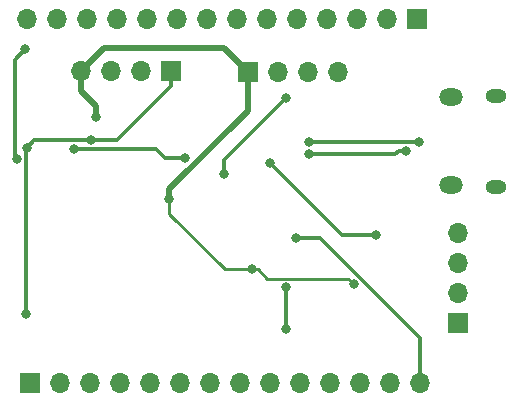
<source format=gbr>
%TF.GenerationSoftware,KiCad,Pcbnew,(7.0.0)*%
%TF.CreationDate,2023-02-16T03:23:41+08:00*%
%TF.ProjectId,STM32F103C8T6_BreakOut_Board,53544d33-3246-4313-9033-433854365f42,rev?*%
%TF.SameCoordinates,Original*%
%TF.FileFunction,Copper,L2,Bot*%
%TF.FilePolarity,Positive*%
%FSLAX46Y46*%
G04 Gerber Fmt 4.6, Leading zero omitted, Abs format (unit mm)*
G04 Created by KiCad (PCBNEW (7.0.0)) date 2023-02-16 03:23:41*
%MOMM*%
%LPD*%
G01*
G04 APERTURE LIST*
%TA.AperFunction,ComponentPad*%
%ADD10R,1.700000X1.700000*%
%TD*%
%TA.AperFunction,ComponentPad*%
%ADD11O,1.700000X1.700000*%
%TD*%
%TA.AperFunction,ComponentPad*%
%ADD12O,1.800000X1.150000*%
%TD*%
%TA.AperFunction,ComponentPad*%
%ADD13O,2.000000X1.450000*%
%TD*%
%TA.AperFunction,ViaPad*%
%ADD14C,0.800000*%
%TD*%
%TA.AperFunction,Conductor*%
%ADD15C,0.300000*%
%TD*%
%TA.AperFunction,Conductor*%
%ADD16C,0.250000*%
%TD*%
%TA.AperFunction,Conductor*%
%ADD17C,0.500000*%
%TD*%
G04 APERTURE END LIST*
D10*
%TO.P,J5,1,Pin_1*%
%TO.N,GND*%
X147329999Y-82969999D03*
D11*
%TO.P,J5,2,Pin_2*%
%TO.N,/SWCLK*%
X149869999Y-82969999D03*
%TO.P,J5,3,Pin_3*%
%TO.N,/SWDIO*%
X152409999Y-82969999D03*
%TO.P,J5,4,Pin_4*%
%TO.N,+3.3V*%
X154949999Y-82969999D03*
%TD*%
D10*
%TO.P,J3,1,Pin_1*%
%TO.N,+3.3V*%
X165119999Y-104239999D03*
D11*
%TO.P,J3,2,Pin_2*%
%TO.N,/I2C2_SCL*%
X165119999Y-101699999D03*
%TO.P,J3,3,Pin_3*%
%TO.N,/I2C2_SDA*%
X165119999Y-99159999D03*
%TO.P,J3,4,Pin_4*%
%TO.N,GND*%
X165119999Y-96619999D03*
%TD*%
D10*
%TO.P,J6,1,Pin_1*%
%TO.N,unconnected-(J6-Pin_1-Pad1)*%
X161679999Y-78549999D03*
D11*
%TO.P,J6,2,Pin_2*%
%TO.N,PB13*%
X159139999Y-78549999D03*
%TO.P,J6,3,Pin_3*%
%TO.N,PB14*%
X156599999Y-78549999D03*
%TO.P,J6,4,Pin_4*%
%TO.N,PB15*%
X154059999Y-78549999D03*
%TO.P,J6,5,Pin_5*%
%TO.N,PA8*%
X151519999Y-78549999D03*
%TO.P,J6,6,Pin_6*%
%TO.N,PA9*%
X148979999Y-78549999D03*
%TO.P,J6,7,Pin_7*%
%TO.N,PA10*%
X146439999Y-78549999D03*
%TO.P,J6,8,Pin_8*%
%TO.N,PA15*%
X143899999Y-78549999D03*
%TO.P,J6,9,Pin_9*%
%TO.N,PB3*%
X141359999Y-78549999D03*
%TO.P,J6,10,Pin_10*%
%TO.N,PB4*%
X138819999Y-78549999D03*
%TO.P,J6,11,Pin_11*%
%TO.N,PB5*%
X136279999Y-78549999D03*
%TO.P,J6,12,Pin_12*%
%TO.N,PB8*%
X133739999Y-78549999D03*
%TO.P,J6,13,Pin_13*%
%TO.N,PB9*%
X131199999Y-78549999D03*
%TO.P,J6,14,Pin_14*%
%TO.N,PC13*%
X128659999Y-78549999D03*
%TD*%
D12*
%TO.P,J1,6,Shield*%
%TO.N,unconnected-(J1-Shield-Pad6)*%
X168375330Y-92755330D03*
D13*
X164575330Y-92605330D03*
X164575330Y-85155330D03*
D12*
X168375330Y-85005330D03*
%TD*%
D10*
%TO.P,J4,1,Pin_1*%
%TO.N,PC14*%
X128929999Y-109359999D03*
D11*
%TO.P,J4,2,Pin_2*%
%TO.N,PC15*%
X131469999Y-109359999D03*
%TO.P,J4,3,Pin_3*%
%TO.N,PA0*%
X134009999Y-109359999D03*
%TO.P,J4,4,Pin_4*%
%TO.N,PA1*%
X136549999Y-109359999D03*
%TO.P,J4,5,Pin_5*%
%TO.N,PA2*%
X139089999Y-109359999D03*
%TO.P,J4,6,Pin_6*%
%TO.N,PA3*%
X141629999Y-109359999D03*
%TO.P,J4,7,Pin_7*%
%TO.N,PA4*%
X144169999Y-109359999D03*
%TO.P,J4,8,Pin_8*%
%TO.N,PA5*%
X146709999Y-109359999D03*
%TO.P,J4,9,Pin_9*%
%TO.N,PA6*%
X149249999Y-109359999D03*
%TO.P,J4,10,Pin_10*%
%TO.N,PA7*%
X151789999Y-109359999D03*
%TO.P,J4,11,Pin_11*%
%TO.N,PB0*%
X154329999Y-109359999D03*
%TO.P,J4,12,Pin_12*%
%TO.N,PB1*%
X156869999Y-109359999D03*
%TO.P,J4,13,Pin_13*%
%TO.N,PB2*%
X159409999Y-109359999D03*
%TO.P,J4,14,Pin_14*%
%TO.N,PB12*%
X161949999Y-109359999D03*
%TD*%
D10*
%TO.P,J2,1,Pin_1*%
%TO.N,+3.3V*%
X140829999Y-82899999D03*
D11*
%TO.P,J2,2,Pin_2*%
%TO.N,/USART1_TX*%
X138289999Y-82899999D03*
%TO.P,J2,3,Pin_3*%
%TO.N,/USART1_RX*%
X135749999Y-82899999D03*
%TO.P,J2,4,Pin_4*%
%TO.N,GND*%
X133209999Y-82899999D03*
%TD*%
D14*
%TO.N,+3.3V*%
X128620000Y-89400000D03*
X134100000Y-88760000D03*
X149230000Y-90710000D03*
X150590000Y-104760000D03*
X128569500Y-103460000D03*
X150590000Y-101234500D03*
X158250000Y-96770000D03*
%TO.N,GND*%
X147680000Y-99720000D03*
X134535331Y-86789500D03*
X140710000Y-93780000D03*
X156340000Y-100980000D03*
%TO.N,/USB_D-*%
X160740000Y-89689500D03*
X152540500Y-89980000D03*
%TO.N,/USB_D+*%
X152540500Y-88940000D03*
X161810000Y-88930000D03*
%TO.N,PB12*%
X151450000Y-97030000D03*
%TO.N,PC13*%
X128530000Y-81060000D03*
X127820500Y-90330000D03*
%TO.N,/SWDIO*%
X150570000Y-85240000D03*
X145380000Y-91620000D03*
%TO.N,/BOOT0*%
X132660000Y-89530500D03*
X142060000Y-90290000D03*
%TD*%
D15*
%TO.N,+3.3V*%
X136240000Y-88760000D02*
X140830000Y-84170000D01*
X150590000Y-101234500D02*
X150590000Y-104760000D01*
X155290000Y-96770000D02*
X158250000Y-96770000D01*
X140830000Y-84170000D02*
X140830000Y-82900000D01*
X149230000Y-90710000D02*
X155290000Y-96770000D01*
X128570000Y-103459500D02*
X128569500Y-103460000D01*
X128620000Y-89400000D02*
X128570000Y-89450000D01*
X128570000Y-89450000D02*
X128570000Y-103459500D01*
X129260000Y-88760000D02*
X134100000Y-88760000D01*
X128620000Y-89400000D02*
X129260000Y-88760000D01*
X134100000Y-88760000D02*
X136240000Y-88760000D01*
D16*
%TO.N,GND*%
X156340000Y-100980000D02*
X155870000Y-100510000D01*
D17*
X140710000Y-93780000D02*
X140710000Y-92928530D01*
X135180000Y-80930000D02*
X145300000Y-80930000D01*
X145300000Y-80930000D02*
X147330000Y-82960000D01*
X140710000Y-92928530D02*
X147330000Y-86308530D01*
D16*
X145420000Y-99720000D02*
X147680000Y-99720000D01*
X148220000Y-99720000D02*
X147680000Y-99720000D01*
D17*
X134535331Y-86789500D02*
X134535331Y-85915331D01*
D16*
X140710000Y-93780000D02*
X140710000Y-95010000D01*
D17*
X133210000Y-82900000D02*
X135180000Y-80930000D01*
D16*
X149010000Y-100510000D02*
X148220000Y-99720000D01*
D17*
X134535331Y-85915331D02*
X133210000Y-84590000D01*
D16*
X140710000Y-95010000D02*
X145420000Y-99720000D01*
D17*
X147330000Y-86308530D02*
X147330000Y-82970000D01*
D16*
X155870000Y-100510000D02*
X149010000Y-100510000D01*
D17*
X133210000Y-84590000D02*
X133210000Y-82900000D01*
X147330000Y-82960000D02*
X147330000Y-82970000D01*
D15*
%TO.N,/USB_D-*%
X152540500Y-89980000D02*
X159840000Y-89980000D01*
X159840000Y-89980000D02*
X160130500Y-89689500D01*
X160130500Y-89689500D02*
X160740000Y-89689500D01*
%TO.N,/USB_D+*%
X152540500Y-88940000D02*
X161800000Y-88940000D01*
X161800000Y-88940000D02*
X161810000Y-88930000D01*
%TO.N,PB12*%
X161950000Y-105529339D02*
X161950000Y-109360000D01*
X153450661Y-97030000D02*
X161950000Y-105529339D01*
X151450000Y-97030000D02*
X153450661Y-97030000D01*
%TO.N,PC13*%
X127620000Y-81970000D02*
X128530000Y-81060000D01*
X127620000Y-90129500D02*
X127620000Y-81970000D01*
X127820500Y-90330000D02*
X127620000Y-90129500D01*
%TO.N,/SWDIO*%
X150570000Y-85240000D02*
X150560000Y-85240000D01*
X145380000Y-90420000D02*
X145380000Y-91620000D01*
X150560000Y-85240000D02*
X145380000Y-90420000D01*
%TO.N,/BOOT0*%
X139550500Y-89530500D02*
X132660000Y-89530500D01*
X142060000Y-90290000D02*
X140310000Y-90290000D01*
X140310000Y-90290000D02*
X139550500Y-89530500D01*
%TD*%
M02*

</source>
